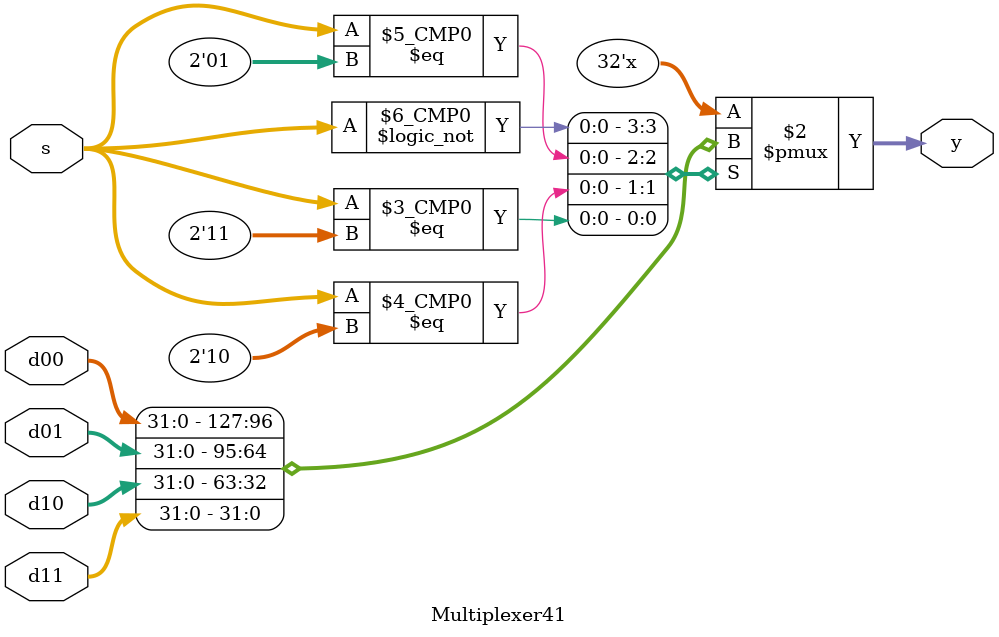
<source format=sv>
module Multiplexer41 #(parameter N = 32)
                     (input logic [N-1:0] d00,
                      input logic [N-1:0] d01,
                      input logic [N-1:0] d10,
                      input logic [N-1:0] d11,
                      input logic [1:0] s,
                      output logic [N-1:0] y);

    always_comb begin
        case(s)
            2'b00: y = d00;
            2'b01: y = d01;
            2'b10: y = d10;
            2'b11: y = d11;
            default: y = d00;
        endcase
    end

endmodule

</source>
